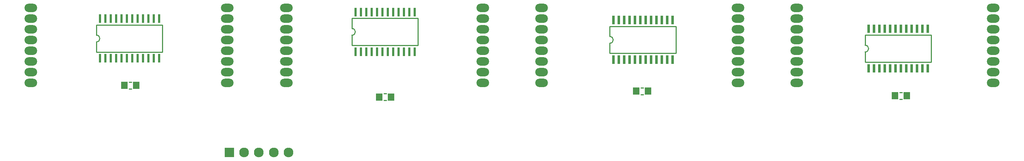
<source format=gbr>
G04 DipTrace 2.4.0.2*
%INÍèæíÿãðàô³êà.gbr*%
%MOMM*%
%ADD10C,0.25*%
%ADD16R,2.3X2.3*%
%ADD17C,2.3*%
%ADD19O,3.0X2.0*%
%ADD20R,1.6X1.8*%
%ADD21R,0.6X2.0*%
%FSLAX53Y53*%
G04*
G71*
G90*
G75*
G01*
%LNBotAssy*%
%LPD*%
D16*
X63176Y14762D3*
D17*
X66676D3*
X70176D3*
X73676D3*
X77176D3*
D19*
X62665Y31210D3*
Y33750D3*
Y36290D3*
Y38830D3*
Y41370D3*
Y43910D3*
Y46450D3*
Y48990D3*
X16265Y31210D3*
Y33750D3*
Y36290D3*
Y38830D3*
Y41370D3*
Y43910D3*
Y46450D3*
Y48990D3*
X123018Y31210D3*
Y33750D3*
Y36290D3*
Y38830D3*
Y41370D3*
Y43910D3*
Y46450D3*
Y48990D3*
X76618Y31210D3*
Y33750D3*
Y36290D3*
Y38830D3*
Y41370D3*
Y43910D3*
Y46450D3*
Y48990D3*
X183337Y31210D3*
Y33750D3*
Y36290D3*
Y38830D3*
Y41370D3*
Y43910D3*
Y46450D3*
Y48990D3*
X136937Y31210D3*
Y33750D3*
Y36290D3*
Y38830D3*
Y41370D3*
Y43910D3*
Y46450D3*
Y48990D3*
X243655Y31210D3*
Y33750D3*
Y36290D3*
Y38830D3*
Y41370D3*
Y43910D3*
Y46450D3*
Y48990D3*
X197255Y31210D3*
Y33750D3*
Y36290D3*
Y38830D3*
Y41370D3*
Y43910D3*
Y46450D3*
Y48990D3*
X39514Y31435D2*
D10*
X40112D1*
X39514Y29836D2*
X40112D1*
D20*
X38413Y30635D3*
X41213D3*
X99647Y28673D2*
D10*
X100245D1*
X99647Y27074D2*
X100245D1*
D20*
X98546Y27873D3*
X101346D3*
X160392Y30086D2*
D10*
X160991D1*
X160392Y28487D2*
X160991D1*
D20*
X159291Y29287D3*
X162091D3*
X221548Y28966D2*
D10*
X222146D1*
X221548Y27368D2*
X222146D1*
D20*
X220447Y28167D3*
X223247D3*
X31787Y44946D2*
D10*
X47386D1*
X31787Y38546D2*
X47386D1*
Y44946D2*
Y38546D1*
X31787Y44946D2*
Y42546D1*
Y40946D2*
Y38546D1*
Y42546D2*
G02X31787Y40946I0J-800D01*
G01*
D21*
X32601Y46446D3*
X33871D3*
X35141D3*
X36411D3*
X37681D3*
X38951D3*
X40221D3*
X41491D3*
X42761D3*
X44031D3*
X45301D3*
X46571D3*
Y37046D3*
X45301D3*
X44031D3*
X42761D3*
X41491D3*
X40221D3*
X38951D3*
X37681D3*
X36411D3*
X35141D3*
X33871D3*
X32601D3*
X92140Y46535D2*
D10*
X107740D1*
X92140Y40135D2*
X107740D1*
Y46535D2*
Y40135D1*
X92140Y46535D2*
Y44135D1*
Y42534D2*
Y40135D1*
Y44135D2*
G02X92140Y42534I0J-800D01*
G01*
D21*
X92955Y48035D3*
X94225D3*
X95495D3*
X96765D3*
X98035D3*
X99305D3*
X100575D3*
X101845D3*
X103115D3*
X104385D3*
X105655D3*
X106925D3*
Y38635D3*
X105655D3*
X104385D3*
X103115D3*
X101845D3*
X100575D3*
X99305D3*
X98035D3*
X96765D3*
X95495D3*
X94225D3*
X92955D3*
X153059Y44628D2*
D10*
X168658D1*
X153059Y38229D2*
X168658D1*
Y44628D2*
Y38229D1*
X153059Y44628D2*
Y42229D1*
Y40628D2*
Y38229D1*
Y42229D2*
G02X153059Y40628I0J-800D01*
G01*
G36*
X154174Y45129D2*
X153574D1*
Y47129D1*
X154174D1*
Y45129D1*
G37*
G36*
X155444D2*
X154844D1*
Y47129D1*
X155444D1*
Y45129D1*
G37*
G36*
X156714D2*
X156114D1*
Y47129D1*
X156714D1*
Y45129D1*
G37*
G36*
X157984D2*
X157384D1*
Y47129D1*
X157984D1*
Y45129D1*
G37*
G36*
X159254D2*
X158654D1*
Y47129D1*
X159254D1*
Y45129D1*
G37*
G36*
X160524D2*
X159924D1*
Y47129D1*
X160524D1*
Y45129D1*
G37*
G36*
X161794D2*
X161194D1*
Y47129D1*
X161794D1*
Y45129D1*
G37*
G36*
X163064D2*
X162464D1*
Y47129D1*
X163064D1*
Y45129D1*
G37*
G36*
X164334D2*
X163734D1*
Y47129D1*
X164334D1*
Y45129D1*
G37*
G36*
X165604D2*
X165004D1*
Y47129D1*
X165604D1*
Y45129D1*
G37*
G36*
X166874D2*
X166274D1*
Y47129D1*
X166874D1*
Y45129D1*
G37*
G36*
X168144D2*
X167544D1*
Y47129D1*
X168144D1*
Y45129D1*
G37*
G36*
Y35728D2*
X167544D1*
Y37728D1*
X168144D1*
Y35728D1*
G37*
G36*
X166874D2*
X166274D1*
Y37728D1*
X166874D1*
Y35728D1*
G37*
G36*
X165604D2*
X165004D1*
Y37728D1*
X165604D1*
Y35728D1*
G37*
G36*
X164334D2*
X163734D1*
Y37728D1*
X164334D1*
Y35728D1*
G37*
G36*
X163064D2*
X162464D1*
Y37728D1*
X163064D1*
Y35728D1*
G37*
G36*
X161794D2*
X161194D1*
Y37728D1*
X161794D1*
Y35728D1*
G37*
G36*
X160524D2*
X159924D1*
Y37728D1*
X160524D1*
Y35728D1*
G37*
G36*
X159254D2*
X158654D1*
Y37728D1*
X159254D1*
Y35728D1*
G37*
G36*
X157984D2*
X157384D1*
Y37728D1*
X157984D1*
Y35728D1*
G37*
G36*
X156714D2*
X156114D1*
Y37728D1*
X156714D1*
Y35728D1*
G37*
G36*
X155444D2*
X154844D1*
Y37728D1*
X155444D1*
Y35728D1*
G37*
G36*
X154174D2*
X153574D1*
Y37728D1*
X154174D1*
Y35728D1*
G37*
X213378Y42565D2*
D10*
X228977D1*
X213378Y36165D2*
X228977D1*
Y42565D2*
Y36165D1*
X213378Y42565D2*
Y40165D1*
Y38565D2*
Y36165D1*
Y40165D2*
G02X213378Y38565I0J-800D01*
G01*
G36*
X214492Y43065D2*
X213892D1*
Y45065D1*
X214492D1*
Y43065D1*
G37*
G36*
X215762D2*
X215162D1*
Y45065D1*
X215762D1*
Y43065D1*
G37*
G36*
X217032D2*
X216432D1*
Y45065D1*
X217032D1*
Y43065D1*
G37*
G36*
X218302D2*
X217702D1*
Y45065D1*
X218302D1*
Y43065D1*
G37*
G36*
X219572D2*
X218972D1*
Y45065D1*
X219572D1*
Y43065D1*
G37*
G36*
X220842D2*
X220242D1*
Y45065D1*
X220842D1*
Y43065D1*
G37*
G36*
X222112D2*
X221512D1*
Y45065D1*
X222112D1*
Y43065D1*
G37*
G36*
X223382D2*
X222782D1*
Y45065D1*
X223382D1*
Y43065D1*
G37*
G36*
X224652D2*
X224052D1*
Y45065D1*
X224652D1*
Y43065D1*
G37*
G36*
X225922D2*
X225322D1*
Y45065D1*
X225922D1*
Y43065D1*
G37*
G36*
X227192D2*
X226592D1*
Y45065D1*
X227192D1*
Y43065D1*
G37*
G36*
X228462D2*
X227862D1*
Y45065D1*
X228462D1*
Y43065D1*
G37*
G36*
Y33665D2*
X227862D1*
Y35665D1*
X228462D1*
Y33665D1*
G37*
G36*
X227192D2*
X226592D1*
Y35665D1*
X227192D1*
Y33665D1*
G37*
G36*
X225922D2*
X225322D1*
Y35665D1*
X225922D1*
Y33665D1*
G37*
G36*
X224652D2*
X224052D1*
Y35665D1*
X224652D1*
Y33665D1*
G37*
G36*
X223382D2*
X222782D1*
Y35665D1*
X223382D1*
Y33665D1*
G37*
G36*
X222112D2*
X221512D1*
Y35665D1*
X222112D1*
Y33665D1*
G37*
G36*
X220842D2*
X220242D1*
Y35665D1*
X220842D1*
Y33665D1*
G37*
G36*
X219572D2*
X218972D1*
Y35665D1*
X219572D1*
Y33665D1*
G37*
G36*
X218302D2*
X217702D1*
Y35665D1*
X218302D1*
Y33665D1*
G37*
G36*
X217032D2*
X216432D1*
Y35665D1*
X217032D1*
Y33665D1*
G37*
G36*
X215762D2*
X215162D1*
Y35665D1*
X215762D1*
Y33665D1*
G37*
G36*
X214492D2*
X213892D1*
Y35665D1*
X214492D1*
Y33665D1*
G37*
M02*

</source>
